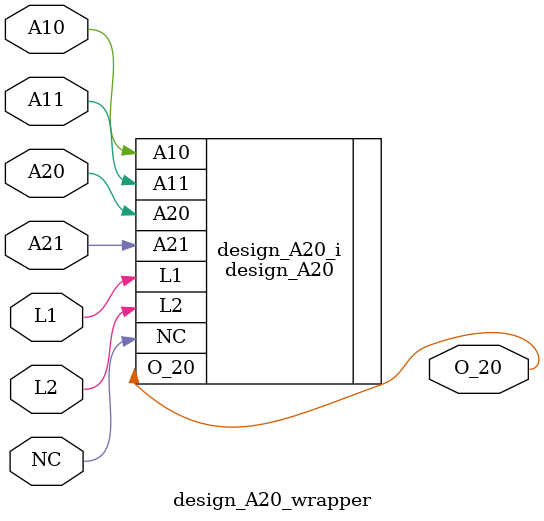
<source format=v>
`timescale 1 ps / 1 ps

module design_A20_wrapper
   (A10,
    A11,
    A20,
    A21,
    L1,
    L2,
    NC,
    O_20);
  input A10;
  input A11;
  input A20;
  input A21;
  input L1;
  input L2;
  input NC;
  output O_20;

  wire A10;
  wire A11;
  wire A20;
  wire A21;
  wire L1;
  wire L2;
  wire NC;
  wire O_20;

  design_A20 design_A20_i
       (.A10(A10),
        .A11(A11),
        .A20(A20),
        .A21(A21),
        .L1(L1),
        .L2(L2),
        .NC(NC),
        .O_20(O_20));
endmodule

</source>
